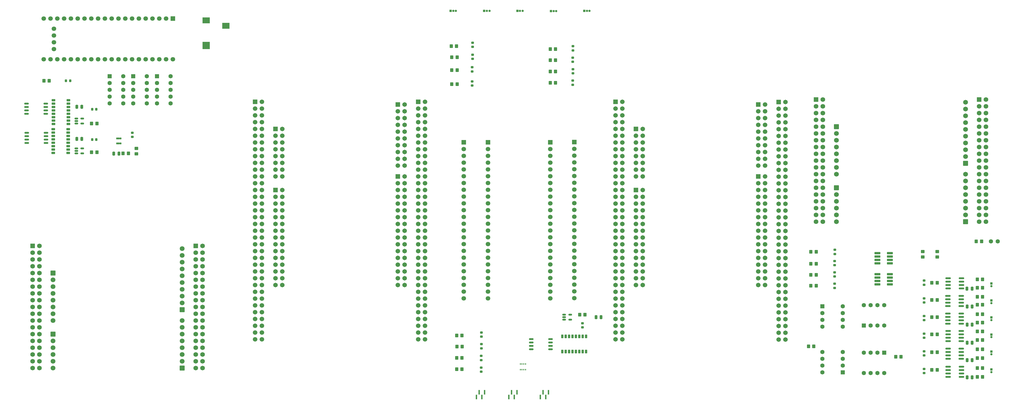
<source format=gbr>
%TF.GenerationSoftware,KiCad,Pcbnew,9.0.2+dfsg-1*%
%TF.CreationDate,2025-06-27T20:46:40-07:00*%
%TF.ProjectId,signalmesh,7369676e-616c-46d6-9573-682e6b696361,rev?*%
%TF.SameCoordinates,Original*%
%TF.FileFunction,Soldermask,Top*%
%TF.FilePolarity,Negative*%
%FSLAX46Y46*%
G04 Gerber Fmt 4.6, Leading zero omitted, Abs format (unit mm)*
G04 Created by KiCad (PCBNEW 9.0.2+dfsg-1) date 2025-06-27 20:46:40*
%MOMM*%
%LPD*%
G01*
G04 APERTURE LIST*
G04 Aperture macros list*
%AMRoundRect*
0 Rectangle with rounded corners*
0 $1 Rounding radius*
0 $2 $3 $4 $5 $6 $7 $8 $9 X,Y pos of 4 corners*
0 Add a 4 corners polygon primitive as box body*
4,1,4,$2,$3,$4,$5,$6,$7,$8,$9,$2,$3,0*
0 Add four circle primitives for the rounded corners*
1,1,$1+$1,$2,$3*
1,1,$1+$1,$4,$5*
1,1,$1+$1,$6,$7*
1,1,$1+$1,$8,$9*
0 Add four rect primitives between the rounded corners*
20,1,$1+$1,$2,$3,$4,$5,0*
20,1,$1+$1,$4,$5,$6,$7,0*
20,1,$1+$1,$6,$7,$8,$9,0*
20,1,$1+$1,$8,$9,$2,$3,0*%
G04 Aperture macros list end*
%ADD10RoundRect,0.218750X0.256250X-0.218750X0.256250X0.218750X-0.256250X0.218750X-0.256250X-0.218750X0*%
%ADD11R,0.850000X0.850000*%
%ADD12C,0.850000*%
%ADD13R,1.600000X1.600000*%
%ADD14C,1.600000*%
%ADD15RoundRect,0.250000X-0.350000X-0.450000X0.350000X-0.450000X0.350000X0.450000X-0.350000X0.450000X0*%
%ADD16RoundRect,0.250000X0.250000X0.475000X-0.250000X0.475000X-0.250000X-0.475000X0.250000X-0.475000X0*%
%ADD17RoundRect,0.250000X0.450000X-0.350000X0.450000X0.350000X-0.450000X0.350000X-0.450000X-0.350000X0*%
%ADD18RoundRect,0.250000X0.550000X0.550000X-0.550000X0.550000X-0.550000X-0.550000X0.550000X-0.550000X0*%
%ADD19RoundRect,0.218750X-0.256250X0.218750X-0.256250X-0.218750X0.256250X-0.218750X0.256250X0.218750X0*%
%ADD20RoundRect,0.250000X0.350000X0.450000X-0.350000X0.450000X-0.350000X-0.450000X0.350000X-0.450000X0*%
%ADD21RoundRect,0.218750X-0.218750X-0.256250X0.218750X-0.256250X0.218750X0.256250X-0.218750X0.256250X0*%
%ADD22R,0.600000X1.750000*%
%ADD23RoundRect,0.102000X-0.754000X-0.754000X0.754000X-0.754000X0.754000X0.754000X-0.754000X0.754000X0*%
%ADD24C,1.712000*%
%ADD25R,0.350000X0.500000*%
%ADD26R,1.700000X1.700000*%
%ADD27C,1.700000*%
%ADD28RoundRect,0.250000X-0.250000X-0.475000X0.250000X-0.475000X0.250000X0.475000X-0.250000X0.475000X0*%
%ADD29RoundRect,0.150000X-0.825000X-0.150000X0.825000X-0.150000X0.825000X0.150000X-0.825000X0.150000X0*%
%ADD30RoundRect,0.150000X-0.512500X-0.150000X0.512500X-0.150000X0.512500X0.150000X-0.512500X0.150000X0*%
%ADD31RoundRect,0.218750X0.218750X0.256250X-0.218750X0.256250X-0.218750X-0.256250X0.218750X-0.256250X0*%
%ADD32RoundRect,0.162500X-0.650000X-0.162500X0.650000X-0.162500X0.650000X0.162500X-0.650000X0.162500X0*%
%ADD33RoundRect,0.250000X-0.550000X-0.550000X0.550000X-0.550000X0.550000X0.550000X-0.550000X0.550000X0*%
%ADD34RoundRect,0.102000X-0.802500X-0.802500X0.802500X-0.802500X0.802500X0.802500X-0.802500X0.802500X0*%
%ADD35C,1.809000*%
%ADD36RoundRect,0.102000X-0.765000X-0.765000X0.765000X-0.765000X0.765000X0.765000X-0.765000X0.765000X0*%
%ADD37C,1.734000*%
%ADD38RoundRect,0.102000X-0.300000X-0.600000X0.300000X-0.600000X0.300000X0.600000X-0.300000X0.600000X0*%
%ADD39RoundRect,0.250000X-0.550000X0.550000X-0.550000X-0.550000X0.550000X-0.550000X0.550000X0.550000X0*%
%ADD40RoundRect,0.102000X-0.990600X-0.279400X0.990600X-0.279400X0.990600X0.279400X-0.990600X0.279400X0*%
%ADD41RoundRect,0.102000X-0.600000X0.300000X-0.600000X-0.300000X0.600000X-0.300000X0.600000X0.300000X0*%
%ADD42R,2.800000X2.200000*%
%ADD43R,2.800000X2.800000*%
%ADD44RoundRect,0.250000X0.550000X-0.550000X0.550000X0.550000X-0.550000X0.550000X-0.550000X-0.550000X0*%
%ADD45RoundRect,0.102000X-0.200000X-0.250000X0.200000X-0.250000X0.200000X0.250000X-0.200000X0.250000X0*%
G04 APERTURE END LIST*
D10*
%TO.C,D12*%
X366310000Y-180134200D03*
X366310000Y-178559200D03*
%TD*%
D11*
%TO.C,J15*%
X556825000Y-188000000D03*
D12*
X556825000Y-189000000D03*
%TD*%
D13*
%TO.C,U18*%
X227350000Y-78250000D03*
D14*
X227350000Y-80790000D03*
X227350000Y-83330000D03*
X227350000Y-85870000D03*
X227350000Y-88410000D03*
X232430000Y-88410000D03*
X232430000Y-85870000D03*
X232430000Y-83330000D03*
X232430000Y-80790000D03*
X232430000Y-78250000D03*
%TD*%
D10*
%TO.C,D18*%
X363000000Y-71787500D03*
X363000000Y-70212500D03*
%TD*%
D15*
%TO.C,R3*%
X551580000Y-190800000D03*
X553580000Y-190800000D03*
%TD*%
%TO.C,R42*%
X232367500Y-107117500D03*
X234367500Y-107117500D03*
%TD*%
D16*
%TO.C,C8*%
X216962500Y-101717500D03*
X215062500Y-101717500D03*
%TD*%
D10*
%TO.C,D5*%
X531756000Y-156342500D03*
X531756000Y-154767500D03*
%TD*%
D17*
%TO.C,R12*%
X536660000Y-145900000D03*
X536660000Y-143900000D03*
%TD*%
D18*
%TO.C,U27*%
X501300000Y-189120000D03*
D14*
X501300000Y-186580000D03*
X501300000Y-184040000D03*
X501300000Y-181500000D03*
X493680000Y-181500000D03*
X493680000Y-184040000D03*
X493680000Y-186580000D03*
X493680000Y-189120000D03*
%TD*%
D16*
%TO.C,C3*%
X549682700Y-178004900D03*
X547782700Y-178004900D03*
%TD*%
D19*
%TO.C,D2*%
X498300000Y-147412500D03*
X498300000Y-148987500D03*
%TD*%
D10*
%TO.C,D24*%
X400400000Y-72887500D03*
X400400000Y-71312500D03*
%TD*%
D20*
%TO.C,R17*%
X491400000Y-148500000D03*
X489400000Y-148500000D03*
%TD*%
%TO.C,R6*%
X394000000Y-80700000D03*
X392000000Y-80700000D03*
%TD*%
%TO.C,R16*%
X491400000Y-144000000D03*
X489400000Y-144000000D03*
%TD*%
D21*
%TO.C,D25*%
X220780000Y-101972500D03*
X222355000Y-101972500D03*
%TD*%
D13*
%TO.C,U19*%
X236170000Y-78250000D03*
D14*
X236170000Y-80790000D03*
X236170000Y-83330000D03*
X236170000Y-85870000D03*
X236170000Y-88410000D03*
X241250000Y-88410000D03*
X241250000Y-85870000D03*
X241250000Y-83330000D03*
X241250000Y-80790000D03*
X241250000Y-78250000D03*
%TD*%
D10*
%TO.C,D23*%
X400500000Y-77187500D03*
X400500000Y-75612500D03*
%TD*%
D11*
%TO.C,J4*%
X404700000Y-53800000D03*
D12*
X405700000Y-53800000D03*
X406700000Y-53800000D03*
%TD*%
D10*
%TO.C,D22*%
X400400000Y-81487500D03*
X400400000Y-79912500D03*
%TD*%
D15*
%TO.C,R39*%
X355200000Y-81200000D03*
X357200000Y-81200000D03*
%TD*%
D22*
%TO.C,J3*%
X367450000Y-196550000D03*
X366450000Y-198300000D03*
X365450000Y-196550000D03*
X364450000Y-198300000D03*
%TD*%
D15*
%TO.C,R36*%
X357010000Y-183680000D03*
X359010000Y-183680000D03*
%TD*%
%TO.C,R44*%
X488500000Y-179400000D03*
X490500000Y-179400000D03*
%TD*%
%TO.C,R20*%
X551580000Y-160855000D03*
X553580000Y-160855000D03*
%TD*%
D23*
%TO.C,U1*%
X335000000Y-88826000D03*
D24*
X337540000Y-88826000D03*
X335000000Y-91366000D03*
X337540000Y-91366000D03*
X335000000Y-93906000D03*
X337540000Y-93906000D03*
X335000000Y-96446000D03*
X337540000Y-96446000D03*
X335000000Y-98986000D03*
X337540000Y-98986000D03*
X335000000Y-101526000D03*
X337540000Y-101526000D03*
X335000000Y-104066000D03*
X337540000Y-104066000D03*
X335000000Y-106606000D03*
X337540000Y-106606000D03*
X335000000Y-109146000D03*
X337540000Y-109146000D03*
X335000000Y-111686000D03*
X337540000Y-111686000D03*
D23*
X289280000Y-97970000D03*
D24*
X291820000Y-97970000D03*
X289280000Y-100510000D03*
X291820000Y-100510000D03*
X289280000Y-103050000D03*
X291820000Y-103050000D03*
X289280000Y-105590000D03*
X291820000Y-105590000D03*
X289280000Y-108130000D03*
X291820000Y-108130000D03*
X289280000Y-110670000D03*
X291820000Y-110670000D03*
X289280000Y-113210000D03*
X291820000Y-113210000D03*
X289280000Y-115750000D03*
X291820000Y-115750000D03*
D23*
X289280000Y-120830000D03*
D24*
X291820000Y-120830000D03*
X289280000Y-123370000D03*
X291820000Y-123370000D03*
X289280000Y-125910000D03*
X291820000Y-125910000D03*
X289280000Y-128450000D03*
X291820000Y-128450000D03*
X289280000Y-130990000D03*
X291820000Y-130990000D03*
X289280000Y-133530000D03*
X291820000Y-133530000D03*
X289280000Y-136070000D03*
X291820000Y-136070000D03*
X289280000Y-138610000D03*
X291820000Y-138610000D03*
X289280000Y-141150000D03*
X291820000Y-141150000D03*
X289280000Y-143690000D03*
X291820000Y-143690000D03*
X289280000Y-146230000D03*
X291820000Y-146230000D03*
X289280000Y-148770000D03*
X291820000Y-148770000D03*
X289280000Y-151310000D03*
X291820000Y-151310000D03*
X289280000Y-153850000D03*
X291820000Y-153850000D03*
X289280000Y-156390000D03*
X291820000Y-156390000D03*
D23*
X335000000Y-115750000D03*
D24*
X337540000Y-115750000D03*
X335000000Y-118290000D03*
X337540000Y-118290000D03*
X335000000Y-120830000D03*
X337540000Y-120830000D03*
X335000000Y-123370000D03*
X337540000Y-123370000D03*
X335000000Y-125910000D03*
X337540000Y-125910000D03*
X335000000Y-128450000D03*
X337540000Y-128450000D03*
X335000000Y-130990000D03*
X337540000Y-130990000D03*
X335000000Y-133530000D03*
X337540000Y-133530000D03*
X335000000Y-136070000D03*
X337540000Y-136070000D03*
X335000000Y-138610000D03*
X337540000Y-138610000D03*
X335000000Y-141150000D03*
X337540000Y-141150000D03*
X335000000Y-143690000D03*
X337540000Y-143690000D03*
X335000000Y-146230000D03*
X337540000Y-146230000D03*
X335000000Y-148770000D03*
X337540000Y-148770000D03*
X335000000Y-151310000D03*
X337540000Y-151310000D03*
X335000000Y-153850000D03*
X337540000Y-153850000D03*
X335000000Y-156390000D03*
X337540000Y-156390000D03*
D23*
X281660000Y-87810000D03*
D24*
X284200000Y-87810000D03*
X281660000Y-90350000D03*
X284200000Y-90350000D03*
X281660000Y-92890000D03*
X284200000Y-92890000D03*
X281660000Y-95430000D03*
X284200000Y-95430000D03*
X281660000Y-97970000D03*
X284200000Y-97970000D03*
X281660000Y-100510000D03*
X284200000Y-100510000D03*
X281660000Y-103050000D03*
X284200000Y-103050000D03*
X281660000Y-105590000D03*
X284200000Y-105590000D03*
X281660000Y-108130000D03*
X284200000Y-108130000D03*
X281660000Y-110670000D03*
X284200000Y-110670000D03*
X281660000Y-113210000D03*
X284200000Y-113210000D03*
X281660000Y-115750000D03*
X284200000Y-115750000D03*
X281660000Y-118290000D03*
X284200000Y-118290000D03*
X281660000Y-120830000D03*
X284200000Y-120830000D03*
X281660000Y-123370000D03*
X284200000Y-123370000D03*
X281660000Y-125910000D03*
X284200000Y-125910000D03*
X281660000Y-128450000D03*
X284200000Y-128450000D03*
X281660000Y-130990000D03*
X284200000Y-130990000D03*
X281660000Y-133530000D03*
X284200000Y-133530000D03*
X281660000Y-136070000D03*
X284200000Y-136070000D03*
X281660000Y-138610000D03*
X284200000Y-138610000D03*
X281660000Y-141150000D03*
X284200000Y-141150000D03*
X281660000Y-143690000D03*
X284200000Y-143690000D03*
X281660000Y-146230000D03*
X284200000Y-146230000D03*
X281660000Y-148770000D03*
X284200000Y-148770000D03*
X281660000Y-151310000D03*
X284200000Y-151310000D03*
X281660000Y-153850000D03*
X284200000Y-153850000D03*
X281660000Y-156390000D03*
X284200000Y-156390000D03*
X281660000Y-158930000D03*
X284200000Y-158930000D03*
X281660000Y-161470000D03*
X284200000Y-161470000D03*
X281660000Y-164010000D03*
X284200000Y-164010000D03*
X281660000Y-166550000D03*
X284200000Y-166550000D03*
X281660000Y-169090000D03*
X284200000Y-169090000D03*
X281660000Y-171630000D03*
X284200000Y-171630000D03*
X281660000Y-174170000D03*
X284200000Y-174170000D03*
X281660000Y-176710000D03*
X284200000Y-176710000D03*
D23*
X342620000Y-87830000D03*
D24*
X345160000Y-87830000D03*
X342620000Y-90370000D03*
X345160000Y-90370000D03*
X342620000Y-92910000D03*
X345160000Y-92910000D03*
X342620000Y-95450000D03*
X345160000Y-95450000D03*
X342620000Y-97990000D03*
X345160000Y-97990000D03*
X342620000Y-100530000D03*
X345160000Y-100530000D03*
X342620000Y-103070000D03*
X345160000Y-103070000D03*
X342620000Y-105610000D03*
X345160000Y-105610000D03*
X342620000Y-108150000D03*
X345160000Y-108150000D03*
X342620000Y-110690000D03*
X345160000Y-110690000D03*
X342620000Y-113230000D03*
X345160000Y-113230000D03*
X342620000Y-115770000D03*
X345160000Y-115770000D03*
X342620000Y-118310000D03*
X345160000Y-118310000D03*
X342620000Y-120850000D03*
X345160000Y-120850000D03*
X342620000Y-123390000D03*
X345160000Y-123390000D03*
X342620000Y-125930000D03*
X345160000Y-125930000D03*
X342620000Y-128470000D03*
X345160000Y-128470000D03*
X342620000Y-131010000D03*
X345160000Y-131010000D03*
X342620000Y-133550000D03*
X345160000Y-133550000D03*
X342620000Y-136090000D03*
X345160000Y-136090000D03*
X342620000Y-138630000D03*
X345160000Y-138630000D03*
X342620000Y-141170000D03*
X345160000Y-141170000D03*
X342620000Y-143710000D03*
X345160000Y-143710000D03*
X342620000Y-146250000D03*
X345160000Y-146250000D03*
X342620000Y-148790000D03*
X345160000Y-148790000D03*
X342620000Y-151330000D03*
X345160000Y-151330000D03*
X342620000Y-153870000D03*
X345160000Y-153870000D03*
X342620000Y-156410000D03*
X345160000Y-156410000D03*
X342620000Y-158950000D03*
X345160000Y-158950000D03*
X342620000Y-161490000D03*
X345160000Y-161490000D03*
X342620000Y-164030000D03*
X345160000Y-164030000D03*
X342620000Y-166570000D03*
X345160000Y-166570000D03*
X342620000Y-169110000D03*
X345160000Y-169110000D03*
X342620000Y-171650000D03*
X345160000Y-171650000D03*
X342620000Y-174190000D03*
X345160000Y-174190000D03*
X342620000Y-176730000D03*
X345160000Y-176730000D03*
%TD*%
D15*
%TO.C,R22*%
X551580000Y-167355000D03*
X553580000Y-167355000D03*
%TD*%
%TO.C,R2*%
X534600000Y-188200000D03*
X536600000Y-188200000D03*
%TD*%
D25*
%TO.C,U6*%
X380800000Y-186000000D03*
X381450000Y-186000000D03*
X382100000Y-186000000D03*
X382750000Y-186000000D03*
X382750000Y-188050000D03*
X382100000Y-188050000D03*
X381450000Y-188050000D03*
X380800000Y-188050000D03*
%TD*%
D10*
%TO.C,D21*%
X400500000Y-68587500D03*
X400500000Y-67012500D03*
%TD*%
D16*
%TO.C,C1*%
X549682700Y-190995000D03*
X547782700Y-190995000D03*
%TD*%
%TO.C,C5*%
X549682700Y-164504900D03*
X547782700Y-164504900D03*
%TD*%
D26*
%TO.C,J9*%
X401010000Y-102940000D03*
D27*
X401010000Y-105480000D03*
X401010000Y-108020000D03*
X401010000Y-110560000D03*
X401010000Y-113100000D03*
X401010000Y-115640000D03*
X401010000Y-118180000D03*
X401010000Y-120720000D03*
X401010000Y-123260000D03*
X401010000Y-125800000D03*
X401010000Y-128340000D03*
X401010000Y-130880000D03*
X401010000Y-133420000D03*
X401010000Y-135960000D03*
X401010000Y-138500000D03*
X401010000Y-141040000D03*
X401010000Y-143580000D03*
X401010000Y-146120000D03*
X401010000Y-148660000D03*
X401010000Y-151200000D03*
X401010000Y-153740000D03*
X401010000Y-156280000D03*
X401010000Y-158820000D03*
X401010000Y-161360000D03*
%TD*%
D20*
%TO.C,R10*%
X222562500Y-95972500D03*
X220562500Y-95972500D03*
%TD*%
D28*
%TO.C,C6*%
X409115000Y-168480000D03*
X411015000Y-168480000D03*
%TD*%
D16*
%TO.C,C2*%
X549682700Y-184507800D03*
X547782700Y-184507800D03*
%TD*%
D10*
%TO.C,D27*%
X235767500Y-101005000D03*
X235767500Y-99430000D03*
%TD*%
D29*
%TO.C,U10*%
X540647500Y-160478700D03*
X540647500Y-161748700D03*
X540647500Y-163018700D03*
X540647500Y-164288700D03*
X545597500Y-164288700D03*
X545597500Y-163018700D03*
X545597500Y-161748700D03*
X545597500Y-160478700D03*
%TD*%
D10*
%TO.C,D9*%
X531756000Y-169560500D03*
X531756000Y-167985500D03*
%TD*%
D14*
%TO.C,TH1*%
X556660000Y-140100000D03*
X559200000Y-140100000D03*
%TD*%
D29*
%TO.C,U13*%
X540665000Y-180215000D03*
X540665000Y-181485000D03*
X540665000Y-182755000D03*
X540665000Y-184025000D03*
X545615000Y-184025000D03*
X545615000Y-182755000D03*
X545615000Y-181485000D03*
X545615000Y-180215000D03*
%TD*%
D13*
%TO.C,U2*%
X245000000Y-78250000D03*
D14*
X245000000Y-80790000D03*
X245000000Y-83330000D03*
X245000000Y-85870000D03*
X245000000Y-88410000D03*
X250080000Y-88410000D03*
X250080000Y-85870000D03*
X250080000Y-83330000D03*
X250080000Y-80790000D03*
X250080000Y-78250000D03*
%TD*%
D15*
%TO.C,R41*%
X355200000Y-71200000D03*
X357200000Y-71200000D03*
%TD*%
%TO.C,R38*%
X355000000Y-67000000D03*
X357000000Y-67000000D03*
%TD*%
D19*
%TO.C,D4*%
X498300000Y-155912500D03*
X498300000Y-157487500D03*
%TD*%
D30*
%TO.C,U22*%
X214862500Y-105272500D03*
X214862500Y-106222500D03*
X214862500Y-107172500D03*
X217137500Y-107172500D03*
X217137500Y-105272500D03*
%TD*%
D15*
%TO.C,R30*%
X534600000Y-181605000D03*
X536600000Y-181605000D03*
%TD*%
%TO.C,R14*%
X551580000Y-157469000D03*
X553580000Y-157469000D03*
%TD*%
D30*
%TO.C,U15*%
X397210000Y-167480000D03*
X397210000Y-168430000D03*
X397210000Y-169380000D03*
X399485000Y-169380000D03*
X399485000Y-167480000D03*
%TD*%
D26*
%TO.C,J1*%
X368700000Y-102980000D03*
D27*
X368700000Y-105520000D03*
X368700000Y-108060000D03*
X368700000Y-110600000D03*
X368700000Y-113140000D03*
X368700000Y-115680000D03*
X368700000Y-118220000D03*
X368700000Y-120760000D03*
X368700000Y-123300000D03*
X368700000Y-125840000D03*
X368700000Y-128380000D03*
X368700000Y-130920000D03*
X368700000Y-133460000D03*
X368700000Y-136000000D03*
X368700000Y-138540000D03*
X368700000Y-141080000D03*
X368700000Y-143620000D03*
X368700000Y-146160000D03*
X368700000Y-148700000D03*
X368700000Y-151240000D03*
X368700000Y-153780000D03*
X368700000Y-156320000D03*
X368700000Y-158860000D03*
X368700000Y-161400000D03*
%TD*%
D28*
%TO.C,C9*%
X215062500Y-89717500D03*
X216962500Y-89717500D03*
%TD*%
D29*
%TO.C,U11*%
X540630000Y-167057500D03*
X540630000Y-168327500D03*
X540630000Y-169597500D03*
X540630000Y-170867500D03*
X545580000Y-170867500D03*
X545580000Y-169597500D03*
X545580000Y-168327500D03*
X545580000Y-167057500D03*
%TD*%
D20*
%TO.C,R18*%
X491400000Y-152640000D03*
X489400000Y-152640000D03*
%TD*%
D15*
%TO.C,R40*%
X355200000Y-76000000D03*
X357200000Y-76000000D03*
%TD*%
D20*
%TO.C,R7*%
X394000000Y-76500000D03*
X392000000Y-76500000D03*
%TD*%
D10*
%TO.C,D16*%
X362800000Y-81787500D03*
X362800000Y-80212500D03*
%TD*%
D26*
%TO.C,J8*%
X359700000Y-102980000D03*
D27*
X359700000Y-105520000D03*
X359700000Y-108060000D03*
X359700000Y-110600000D03*
X359700000Y-113140000D03*
X359700000Y-115680000D03*
X359700000Y-118220000D03*
X359700000Y-120760000D03*
X359700000Y-123300000D03*
X359700000Y-125840000D03*
X359700000Y-128380000D03*
X359700000Y-130920000D03*
X359700000Y-133460000D03*
X359700000Y-136000000D03*
X359700000Y-138540000D03*
X359700000Y-141080000D03*
X359700000Y-143620000D03*
X359700000Y-146160000D03*
X359700000Y-148700000D03*
X359700000Y-151240000D03*
X359700000Y-153780000D03*
X359700000Y-156320000D03*
X359700000Y-158860000D03*
X359700000Y-161400000D03*
%TD*%
D10*
%TO.C,D6*%
X531756000Y-162951500D03*
X531756000Y-161376500D03*
%TD*%
D15*
%TO.C,R35*%
X357110000Y-179480000D03*
X359110000Y-179480000D03*
%TD*%
%TO.C,R21*%
X551580000Y-163805000D03*
X553580000Y-163805000D03*
%TD*%
D22*
%TO.C,J18*%
X391300000Y-196550000D03*
X390300000Y-198300000D03*
X389300000Y-196550000D03*
X388300000Y-198300000D03*
%TD*%
D20*
%TO.C,R15*%
X491400000Y-156640000D03*
X489400000Y-156640000D03*
%TD*%
D31*
%TO.C,D19*%
X212587500Y-80000000D03*
X211012500Y-80000000D03*
%TD*%
D32*
%TO.C,U14*%
X384922500Y-176675000D03*
X384922500Y-177945000D03*
X384922500Y-179215000D03*
X384922500Y-180485000D03*
X392097500Y-180485000D03*
X392097500Y-179215000D03*
X392097500Y-177945000D03*
X392097500Y-176675000D03*
%TD*%
D10*
%TO.C,D10*%
X404010000Y-172267500D03*
X404010000Y-170692500D03*
%TD*%
D20*
%TO.C,R8*%
X394000000Y-72300000D03*
X392000000Y-72300000D03*
%TD*%
D19*
%TO.C,D3*%
X498300000Y-151657600D03*
X498300000Y-153232600D03*
%TD*%
D15*
%TO.C,R32*%
X534600000Y-168430000D03*
X536600000Y-168430000D03*
%TD*%
D33*
%TO.C,U29*%
X493690000Y-164420000D03*
D14*
X493690000Y-166960000D03*
X493690000Y-169500000D03*
X493690000Y-172040000D03*
X501310000Y-172040000D03*
X501310000Y-169500000D03*
X501310000Y-166960000D03*
X501310000Y-164420000D03*
%TD*%
D15*
%TO.C,R37*%
X357010000Y-187880000D03*
X359010000Y-187880000D03*
%TD*%
D26*
%TO.C,J2*%
X392010000Y-102980000D03*
D27*
X392010000Y-105520000D03*
X392010000Y-108060000D03*
X392010000Y-110600000D03*
X392010000Y-113140000D03*
X392010000Y-115680000D03*
X392010000Y-118220000D03*
X392010000Y-120760000D03*
X392010000Y-123300000D03*
X392010000Y-125840000D03*
X392010000Y-128380000D03*
X392010000Y-130920000D03*
X392010000Y-133460000D03*
X392010000Y-136000000D03*
X392010000Y-138540000D03*
X392010000Y-141080000D03*
X392010000Y-143620000D03*
X392010000Y-146160000D03*
X392010000Y-148700000D03*
X392010000Y-151240000D03*
X392010000Y-153780000D03*
X392010000Y-156320000D03*
X392010000Y-158860000D03*
X392010000Y-161400000D03*
%TD*%
D34*
%TO.C,U9*%
X547240000Y-110880000D03*
D35*
X547240000Y-108340000D03*
X547240000Y-105800000D03*
X547240000Y-103260000D03*
X547240000Y-100720000D03*
X547240000Y-98180000D03*
X547240000Y-95640000D03*
X547240000Y-93100000D03*
X547240000Y-90560000D03*
X547240000Y-88020000D03*
D34*
X498980000Y-97160000D03*
D35*
X498980000Y-99700000D03*
X498980000Y-102240000D03*
X498980000Y-104780000D03*
X498980000Y-107320000D03*
X498980000Y-109860000D03*
X498980000Y-112400000D03*
X498980000Y-114940000D03*
D36*
X491360000Y-87000000D03*
D37*
X493900000Y-87000000D03*
X491360000Y-89540000D03*
X493900000Y-89540000D03*
X491360000Y-92080000D03*
X493900000Y-92080000D03*
X491360000Y-94620000D03*
X493900000Y-94620000D03*
X491360000Y-97160000D03*
X493900000Y-97160000D03*
X491360000Y-99700000D03*
X493900000Y-99700000D03*
X491360000Y-102240000D03*
X493900000Y-102240000D03*
X491360000Y-104780000D03*
X493900000Y-104780000D03*
X491360000Y-107320000D03*
X493900000Y-107320000D03*
X491360000Y-109860000D03*
X493900000Y-109860000D03*
X491360000Y-112400000D03*
X493900000Y-112400000D03*
X491360000Y-114940000D03*
X493900000Y-114940000D03*
X491360000Y-117480000D03*
X493900000Y-117480000D03*
X491360000Y-120020000D03*
X493900000Y-120020000D03*
X491360000Y-122560000D03*
X493900000Y-122560000D03*
X491360000Y-125100000D03*
X493900000Y-125100000D03*
X491360000Y-127640000D03*
X493900000Y-127640000D03*
X491360000Y-130180000D03*
X493900000Y-130180000D03*
X491360000Y-132720000D03*
X493900000Y-132720000D03*
D34*
X498980000Y-120020000D03*
D35*
X498980000Y-122560000D03*
X498980000Y-125100000D03*
X498980000Y-127640000D03*
X498980000Y-130180000D03*
X498980000Y-132720000D03*
D34*
X547240000Y-132720000D03*
D35*
X547240000Y-130180000D03*
X547240000Y-127640000D03*
X547240000Y-125100000D03*
X547240000Y-122560000D03*
X547240000Y-120020000D03*
X547240000Y-117480000D03*
X547240000Y-114940000D03*
D36*
X552320000Y-87000000D03*
D37*
X554860000Y-87000000D03*
X552320000Y-89540000D03*
X554860000Y-89540000D03*
X552320000Y-92080000D03*
X554860000Y-92080000D03*
X552320000Y-94620000D03*
X554860000Y-94620000D03*
X552320000Y-97160000D03*
X554860000Y-97160000D03*
X552320000Y-99700000D03*
X554860000Y-99700000D03*
X552320000Y-102240000D03*
X554860000Y-102240000D03*
X552320000Y-104780000D03*
X554860000Y-104780000D03*
X552320000Y-107320000D03*
X554860000Y-107320000D03*
X552320000Y-109860000D03*
X554860000Y-109860000D03*
X552320000Y-112400000D03*
X554860000Y-112400000D03*
X552320000Y-114940000D03*
X554860000Y-114940000D03*
X552320000Y-117480000D03*
X554860000Y-117480000D03*
X552320000Y-120020000D03*
X554860000Y-120020000D03*
X552320000Y-122560000D03*
X554860000Y-122560000D03*
X552320000Y-125100000D03*
X554860000Y-125100000D03*
X552320000Y-127640000D03*
X554860000Y-127640000D03*
X552320000Y-130180000D03*
X554860000Y-130180000D03*
X552320000Y-132720000D03*
X554860000Y-132720000D03*
%TD*%
D15*
%TO.C,R31*%
X534600000Y-174867500D03*
X536600000Y-174867500D03*
%TD*%
D11*
%TO.C,J14*%
X367300000Y-53800000D03*
D12*
X368300000Y-53800000D03*
X369300000Y-53800000D03*
%TD*%
D16*
%TO.C,C7*%
X549650000Y-157800000D03*
X547750000Y-157800000D03*
%TD*%
D20*
%TO.C,R5*%
X394000000Y-68100000D03*
X392000000Y-68100000D03*
%TD*%
D10*
%TO.C,D7*%
X531756000Y-182778500D03*
X531756000Y-181203500D03*
%TD*%
%TO.C,D14*%
X366210000Y-188867500D03*
X366210000Y-187292500D03*
%TD*%
D11*
%TO.C,J11*%
X556825000Y-181305000D03*
D12*
X556825000Y-182305000D03*
%TD*%
D11*
%TO.C,J16*%
X392250000Y-53875000D03*
D12*
X393250000Y-53875000D03*
X394250000Y-53875000D03*
%TD*%
D11*
%TO.C,J6*%
X556825000Y-162180000D03*
D12*
X556825000Y-163180000D03*
%TD*%
D15*
%TO.C,R9*%
X220562500Y-106717500D03*
X222562500Y-106717500D03*
%TD*%
D10*
%TO.C,D13*%
X366210000Y-184500800D03*
X366210000Y-182925800D03*
%TD*%
%TO.C,D15*%
X363000000Y-67287500D03*
X363000000Y-65712500D03*
%TD*%
D20*
%TO.C,R1*%
X204750000Y-80000000D03*
X202750000Y-80000000D03*
%TD*%
D11*
%TO.C,J10*%
X556825000Y-174930000D03*
D12*
X556825000Y-175930000D03*
%TD*%
D15*
%TO.C,R29*%
X534600000Y-161992500D03*
X536600000Y-161992500D03*
%TD*%
%TO.C,R24*%
X551580000Y-170455000D03*
X553580000Y-170455000D03*
%TD*%
D26*
%TO.C,U4*%
X251000000Y-56660000D03*
D27*
X248460000Y-56660000D03*
X245920000Y-56660000D03*
X243380000Y-56660000D03*
X240840000Y-56660000D03*
X238300000Y-56660000D03*
X235760000Y-56660000D03*
X233220000Y-56660000D03*
X230680000Y-56660000D03*
X228140000Y-56660000D03*
X225600000Y-56660000D03*
X223060000Y-56660000D03*
X220520000Y-56660000D03*
X217980000Y-56660000D03*
X215440000Y-56660000D03*
X212900000Y-56660000D03*
X210360000Y-56660000D03*
X207820000Y-56660000D03*
X205280000Y-56660000D03*
X202740000Y-56660000D03*
X202740000Y-71900000D03*
X205280000Y-71900000D03*
X207820000Y-71900000D03*
X210360000Y-71900000D03*
X212900000Y-71900000D03*
X215440000Y-71900000D03*
X217980000Y-71900000D03*
X220520000Y-71900000D03*
X223060000Y-71900000D03*
X225600000Y-71900000D03*
X228140000Y-71900000D03*
X230680000Y-71900000D03*
X233220000Y-71900000D03*
X235760000Y-71900000D03*
X238300000Y-71900000D03*
X240840000Y-71900000D03*
X243380000Y-71900000D03*
X245920000Y-71900000D03*
X248460000Y-71900000D03*
X251000000Y-71900000D03*
X206551000Y-68092000D03*
X206551000Y-65552000D03*
X206551000Y-63012000D03*
X206551000Y-60472000D03*
%TD*%
D11*
%TO.C,J12*%
X379700000Y-53800000D03*
D12*
X380700000Y-53800000D03*
X381700000Y-53800000D03*
%TD*%
D34*
%TO.C,U3*%
X254460000Y-165690000D03*
D35*
X254460000Y-163150000D03*
X254460000Y-160610000D03*
X254460000Y-158070000D03*
X254460000Y-155530000D03*
X254460000Y-152990000D03*
X254460000Y-150450000D03*
X254460000Y-147910000D03*
X254460000Y-145370000D03*
X254460000Y-142830000D03*
D34*
X206200000Y-151970000D03*
D35*
X206200000Y-154510000D03*
X206200000Y-157050000D03*
X206200000Y-159590000D03*
X206200000Y-162130000D03*
X206200000Y-164670000D03*
X206200000Y-167210000D03*
X206200000Y-169750000D03*
D36*
X198580000Y-141810000D03*
D37*
X201120000Y-141810000D03*
X198580000Y-144350000D03*
X201120000Y-144350000D03*
X198580000Y-146890000D03*
X201120000Y-146890000D03*
X198580000Y-149430000D03*
X201120000Y-149430000D03*
X198580000Y-151970000D03*
X201120000Y-151970000D03*
X198580000Y-154510000D03*
X201120000Y-154510000D03*
X198580000Y-157050000D03*
X201120000Y-157050000D03*
X198580000Y-159590000D03*
X201120000Y-159590000D03*
X198580000Y-162130000D03*
X201120000Y-162130000D03*
X198580000Y-164670000D03*
X201120000Y-164670000D03*
X198580000Y-167210000D03*
X201120000Y-167210000D03*
X198580000Y-169750000D03*
X201120000Y-169750000D03*
X198580000Y-172290000D03*
X201120000Y-172290000D03*
X198580000Y-174830000D03*
X201120000Y-174830000D03*
X198580000Y-177370000D03*
X201120000Y-177370000D03*
X198580000Y-179910000D03*
X201120000Y-179910000D03*
X198580000Y-182450000D03*
X201120000Y-182450000D03*
X198580000Y-184990000D03*
X201120000Y-184990000D03*
X198580000Y-187530000D03*
X201120000Y-187530000D03*
D34*
X206200000Y-174830000D03*
D35*
X206200000Y-177370000D03*
X206200000Y-179910000D03*
X206200000Y-182450000D03*
X206200000Y-184990000D03*
X206200000Y-187530000D03*
D34*
X254460000Y-187530000D03*
D35*
X254460000Y-184990000D03*
X254460000Y-182450000D03*
X254460000Y-179910000D03*
X254460000Y-177370000D03*
X254460000Y-174830000D03*
X254460000Y-172290000D03*
X254460000Y-169750000D03*
D36*
X259540000Y-141810000D03*
D37*
X262080000Y-141810000D03*
X259540000Y-144350000D03*
X262080000Y-144350000D03*
X259540000Y-146890000D03*
X262080000Y-146890000D03*
X259540000Y-149430000D03*
X262080000Y-149430000D03*
X259540000Y-151970000D03*
X262080000Y-151970000D03*
X259540000Y-154510000D03*
X262080000Y-154510000D03*
X259540000Y-157050000D03*
X262080000Y-157050000D03*
X259540000Y-159590000D03*
X262080000Y-159590000D03*
X259540000Y-162130000D03*
X262080000Y-162130000D03*
X259540000Y-164670000D03*
X262080000Y-164670000D03*
X259540000Y-167210000D03*
X262080000Y-167210000D03*
X259540000Y-169750000D03*
X262080000Y-169750000D03*
X259540000Y-172290000D03*
X262080000Y-172290000D03*
X259540000Y-174830000D03*
X262080000Y-174830000D03*
X259540000Y-177370000D03*
X262080000Y-177370000D03*
X259540000Y-179910000D03*
X262080000Y-179910000D03*
X259540000Y-182450000D03*
X262080000Y-182450000D03*
X259540000Y-184990000D03*
X262080000Y-184990000D03*
X259540000Y-187530000D03*
X262080000Y-187530000D03*
%TD*%
D38*
%TO.C,U16*%
X396470000Y-181280000D03*
X397740000Y-181280000D03*
X399010000Y-181280000D03*
X400280000Y-181280000D03*
X401550000Y-181280000D03*
X402820000Y-181280000D03*
X404090000Y-181280000D03*
X405360000Y-181280000D03*
X405360000Y-175680000D03*
X404090000Y-175680000D03*
X402820000Y-175680000D03*
X401550000Y-175680000D03*
X400280000Y-175680000D03*
X399010000Y-175680000D03*
X397740000Y-175680000D03*
X396470000Y-175680000D03*
%TD*%
D11*
%TO.C,J13*%
X354750000Y-53800000D03*
D12*
X355750000Y-53800000D03*
X356750000Y-53800000D03*
%TD*%
D39*
%TO.C,U31*%
X516800000Y-181700000D03*
D14*
X514260000Y-181700000D03*
X511720000Y-181700000D03*
X509180000Y-181700000D03*
X509180000Y-189320000D03*
X511720000Y-189320000D03*
X514260000Y-189320000D03*
X516800000Y-189320000D03*
%TD*%
D29*
%TO.C,U12*%
X540682500Y-173636200D03*
X540682500Y-174906200D03*
X540682500Y-176176200D03*
X540682500Y-177446200D03*
X545632500Y-177446200D03*
X545632500Y-176176200D03*
X545632500Y-174906200D03*
X545632500Y-173636200D03*
%TD*%
D23*
%TO.C,U17*%
X469720000Y-88896000D03*
D24*
X472260000Y-88896000D03*
X469720000Y-91436000D03*
X472260000Y-91436000D03*
X469720000Y-93976000D03*
X472260000Y-93976000D03*
X469720000Y-96516000D03*
X472260000Y-96516000D03*
X469720000Y-99056000D03*
X472260000Y-99056000D03*
X469720000Y-101596000D03*
X472260000Y-101596000D03*
X469720000Y-104136000D03*
X472260000Y-104136000D03*
X469720000Y-106676000D03*
X472260000Y-106676000D03*
X469720000Y-109216000D03*
X472260000Y-109216000D03*
X469720000Y-111756000D03*
X472260000Y-111756000D03*
D23*
X424000000Y-98040000D03*
D24*
X426540000Y-98040000D03*
X424000000Y-100580000D03*
X426540000Y-100580000D03*
X424000000Y-103120000D03*
X426540000Y-103120000D03*
X424000000Y-105660000D03*
X426540000Y-105660000D03*
X424000000Y-108200000D03*
X426540000Y-108200000D03*
X424000000Y-110740000D03*
X426540000Y-110740000D03*
X424000000Y-113280000D03*
X426540000Y-113280000D03*
X424000000Y-115820000D03*
X426540000Y-115820000D03*
D23*
X424000000Y-120900000D03*
D24*
X426540000Y-120900000D03*
X424000000Y-123440000D03*
X426540000Y-123440000D03*
X424000000Y-125980000D03*
X426540000Y-125980000D03*
X424000000Y-128520000D03*
X426540000Y-128520000D03*
X424000000Y-131060000D03*
X426540000Y-131060000D03*
X424000000Y-133600000D03*
X426540000Y-133600000D03*
X424000000Y-136140000D03*
X426540000Y-136140000D03*
X424000000Y-138680000D03*
X426540000Y-138680000D03*
X424000000Y-141220000D03*
X426540000Y-141220000D03*
X424000000Y-143760000D03*
X426540000Y-143760000D03*
X424000000Y-146300000D03*
X426540000Y-146300000D03*
X424000000Y-148840000D03*
X426540000Y-148840000D03*
X424000000Y-151380000D03*
X426540000Y-151380000D03*
X424000000Y-153920000D03*
X426540000Y-153920000D03*
X424000000Y-156460000D03*
X426540000Y-156460000D03*
D23*
X469720000Y-115820000D03*
D24*
X472260000Y-115820000D03*
X469720000Y-118360000D03*
X472260000Y-118360000D03*
X469720000Y-120900000D03*
X472260000Y-120900000D03*
X469720000Y-123440000D03*
X472260000Y-123440000D03*
X469720000Y-125980000D03*
X472260000Y-125980000D03*
X469720000Y-128520000D03*
X472260000Y-128520000D03*
X469720000Y-131060000D03*
X472260000Y-131060000D03*
X469720000Y-133600000D03*
X472260000Y-133600000D03*
X469720000Y-136140000D03*
X472260000Y-136140000D03*
X469720000Y-138680000D03*
X472260000Y-138680000D03*
X469720000Y-141220000D03*
X472260000Y-141220000D03*
X469720000Y-143760000D03*
X472260000Y-143760000D03*
X469720000Y-146300000D03*
X472260000Y-146300000D03*
X469720000Y-148840000D03*
X472260000Y-148840000D03*
X469720000Y-151380000D03*
X472260000Y-151380000D03*
X469720000Y-153920000D03*
X472260000Y-153920000D03*
X469720000Y-156460000D03*
X472260000Y-156460000D03*
D23*
X416380000Y-87880000D03*
D24*
X418920000Y-87880000D03*
X416380000Y-90420000D03*
X418920000Y-90420000D03*
X416380000Y-92960000D03*
X418920000Y-92960000D03*
X416380000Y-95500000D03*
X418920000Y-95500000D03*
X416380000Y-98040000D03*
X418920000Y-98040000D03*
X416380000Y-100580000D03*
X418920000Y-100580000D03*
X416380000Y-103120000D03*
X418920000Y-103120000D03*
X416380000Y-105660000D03*
X418920000Y-105660000D03*
X416380000Y-108200000D03*
X418920000Y-108200000D03*
X416380000Y-110740000D03*
X418920000Y-110740000D03*
X416380000Y-113280000D03*
X418920000Y-113280000D03*
X416380000Y-115820000D03*
X418920000Y-115820000D03*
X416380000Y-118360000D03*
X418920000Y-118360000D03*
X416380000Y-120900000D03*
X418920000Y-120900000D03*
X416380000Y-123440000D03*
X418920000Y-123440000D03*
X416380000Y-125980000D03*
X418920000Y-125980000D03*
X416380000Y-128520000D03*
X418920000Y-128520000D03*
X416380000Y-131060000D03*
X418920000Y-131060000D03*
X416380000Y-133600000D03*
X418920000Y-133600000D03*
X416380000Y-136140000D03*
X418920000Y-136140000D03*
X416380000Y-138680000D03*
X418920000Y-138680000D03*
X416380000Y-141220000D03*
X418920000Y-141220000D03*
X416380000Y-143760000D03*
X418920000Y-143760000D03*
X416380000Y-146300000D03*
X418920000Y-146300000D03*
X416380000Y-148840000D03*
X418920000Y-148840000D03*
X416380000Y-151380000D03*
X418920000Y-151380000D03*
X416380000Y-153920000D03*
X418920000Y-153920000D03*
X416380000Y-156460000D03*
X418920000Y-156460000D03*
X416380000Y-159000000D03*
X418920000Y-159000000D03*
X416380000Y-161540000D03*
X418920000Y-161540000D03*
X416380000Y-164080000D03*
X418920000Y-164080000D03*
X416380000Y-166620000D03*
X418920000Y-166620000D03*
X416380000Y-169160000D03*
X418920000Y-169160000D03*
X416380000Y-171700000D03*
X418920000Y-171700000D03*
X416380000Y-174240000D03*
X418920000Y-174240000D03*
X416380000Y-176780000D03*
X418920000Y-176780000D03*
D23*
X477340000Y-87900000D03*
D24*
X479880000Y-87900000D03*
X477340000Y-90440000D03*
X479880000Y-90440000D03*
X477340000Y-92980000D03*
X479880000Y-92980000D03*
X477340000Y-95520000D03*
X479880000Y-95520000D03*
X477340000Y-98060000D03*
X479880000Y-98060000D03*
X477340000Y-100600000D03*
X479880000Y-100600000D03*
X477340000Y-103140000D03*
X479880000Y-103140000D03*
X477340000Y-105680000D03*
X479880000Y-105680000D03*
X477340000Y-108220000D03*
X479880000Y-108220000D03*
X477340000Y-110760000D03*
X479880000Y-110760000D03*
X477340000Y-113300000D03*
X479880000Y-113300000D03*
X477340000Y-115840000D03*
X479880000Y-115840000D03*
X477340000Y-118380000D03*
X479880000Y-118380000D03*
X477340000Y-120920000D03*
X479880000Y-120920000D03*
X477340000Y-123460000D03*
X479880000Y-123460000D03*
X477340000Y-126000000D03*
X479880000Y-126000000D03*
X477340000Y-128540000D03*
X479880000Y-128540000D03*
X477340000Y-131080000D03*
X479880000Y-131080000D03*
X477340000Y-133620000D03*
X479880000Y-133620000D03*
X477340000Y-136160000D03*
X479880000Y-136160000D03*
X477340000Y-138700000D03*
X479880000Y-138700000D03*
X477340000Y-141240000D03*
X479880000Y-141240000D03*
X477340000Y-143780000D03*
X479880000Y-143780000D03*
X477340000Y-146320000D03*
X479880000Y-146320000D03*
X477340000Y-148860000D03*
X479880000Y-148860000D03*
X477340000Y-151400000D03*
X479880000Y-151400000D03*
X477340000Y-153940000D03*
X479880000Y-153940000D03*
X477340000Y-156480000D03*
X479880000Y-156480000D03*
X477340000Y-159020000D03*
X479880000Y-159020000D03*
X477340000Y-161560000D03*
X479880000Y-161560000D03*
X477340000Y-164100000D03*
X479880000Y-164100000D03*
X477340000Y-166640000D03*
X479880000Y-166640000D03*
X477340000Y-169180000D03*
X479880000Y-169180000D03*
X477340000Y-171720000D03*
X479880000Y-171720000D03*
X477340000Y-174260000D03*
X479880000Y-174260000D03*
X477340000Y-176800000D03*
X479880000Y-176800000D03*
%TD*%
D10*
%TO.C,D17*%
X362800000Y-76487500D03*
X362800000Y-74912500D03*
%TD*%
%TO.C,D8*%
X531756000Y-176169500D03*
X531756000Y-174594500D03*
%TD*%
D16*
%TO.C,C4*%
X549682700Y-171254900D03*
X547782700Y-171254900D03*
%TD*%
D10*
%TO.C,D11*%
X366310000Y-175767500D03*
X366310000Y-174192500D03*
%TD*%
D19*
%TO.C,D1*%
X498400000Y-143212500D03*
X498400000Y-144787500D03*
%TD*%
D40*
%TO.C,U5*%
X514237800Y-152400000D03*
X514237800Y-153670000D03*
X514237800Y-154940000D03*
X514237800Y-156210000D03*
X518962200Y-156210000D03*
X518962200Y-154940000D03*
X518962200Y-153670000D03*
X518962200Y-152400000D03*
%TD*%
D15*
%TO.C,R26*%
X551600000Y-180500000D03*
X553600000Y-180500000D03*
%TD*%
D17*
%TO.C,R43*%
X237367500Y-107317500D03*
X237367500Y-105317500D03*
%TD*%
D41*
%TO.C,U21*%
X206267500Y-98127500D03*
X206267500Y-99397500D03*
X206267500Y-100667500D03*
X206267500Y-101937500D03*
X206267500Y-103207500D03*
X206267500Y-104477500D03*
X206267500Y-105747500D03*
X206267500Y-107017500D03*
X211867500Y-107017500D03*
X211867500Y-105747500D03*
X211867500Y-104477500D03*
X211867500Y-103207500D03*
X211867500Y-101937500D03*
X211867500Y-100667500D03*
X211867500Y-99397500D03*
X211867500Y-98127500D03*
%TD*%
D42*
%TO.C,J19*%
X270800000Y-59400000D03*
X263400000Y-57400000D03*
D43*
X263400000Y-66800000D03*
%TD*%
D15*
%TO.C,R23*%
X551580000Y-173805000D03*
X553580000Y-173805000D03*
%TD*%
%TO.C,R28*%
X551580000Y-183755000D03*
X553580000Y-183755000D03*
%TD*%
D40*
%TO.C,U8*%
X514237800Y-144495000D03*
X514237800Y-145765000D03*
X514237800Y-147035000D03*
X514237800Y-148305000D03*
X518962200Y-148305000D03*
X518962200Y-147035000D03*
X518962200Y-145765000D03*
X518962200Y-144495000D03*
%TD*%
D15*
%TO.C,R13*%
X551580000Y-154305000D03*
X553580000Y-154305000D03*
%TD*%
D29*
%TO.C,U20*%
X540700000Y-187000000D03*
X540700000Y-188270000D03*
X540700000Y-189540000D03*
X540700000Y-190810000D03*
X545650000Y-190810000D03*
X545650000Y-189540000D03*
X545650000Y-188270000D03*
X545650000Y-187000000D03*
%TD*%
D15*
%TO.C,R4*%
X551580000Y-187500000D03*
X553580000Y-187500000D03*
%TD*%
D11*
%TO.C,J5*%
X556825000Y-155805000D03*
D12*
X556825000Y-156805000D03*
%TD*%
D15*
%TO.C,R47*%
X521100000Y-183300000D03*
X523100000Y-183300000D03*
%TD*%
%TO.C,R27*%
X534600000Y-155555000D03*
X536600000Y-155555000D03*
%TD*%
D22*
%TO.C,J17*%
X379529000Y-196548400D03*
X378529000Y-198298400D03*
X377529000Y-196548400D03*
X376529000Y-198298400D03*
%TD*%
D20*
%TO.C,R33*%
X405010000Y-167480000D03*
X403010000Y-167480000D03*
%TD*%
D44*
%TO.C,U30*%
X509180000Y-171620000D03*
D14*
X511720000Y-171620000D03*
X514260000Y-171620000D03*
X516800000Y-171620000D03*
X516800000Y-164000000D03*
X514260000Y-164000000D03*
X511720000Y-164000000D03*
X509180000Y-164000000D03*
%TD*%
D28*
%TO.C,C10*%
X228872500Y-107217500D03*
X230772500Y-107217500D03*
%TD*%
D15*
%TO.C,R25*%
X551580000Y-176955000D03*
X553580000Y-176955000D03*
%TD*%
D11*
%TO.C,J7*%
X556825000Y-168555000D03*
D12*
X556825000Y-169555000D03*
%TD*%
D30*
%TO.C,U25*%
X214862500Y-94072500D03*
X214862500Y-95022500D03*
X214862500Y-95972500D03*
X217137500Y-95972500D03*
X217137500Y-94072500D03*
%TD*%
D17*
%TO.C,R11*%
X531200000Y-145900000D03*
X531200000Y-143900000D03*
%TD*%
D41*
%TO.C,U24*%
X206362500Y-87227500D03*
X206362500Y-88497500D03*
X206362500Y-89767500D03*
X206362500Y-91037500D03*
X206362500Y-92307500D03*
X206362500Y-93577500D03*
X206362500Y-94847500D03*
X206362500Y-96117500D03*
X211962500Y-96117500D03*
X211962500Y-94847500D03*
X211962500Y-93577500D03*
X211962500Y-92307500D03*
X211962500Y-91037500D03*
X211962500Y-89767500D03*
X211962500Y-88497500D03*
X211962500Y-87227500D03*
%TD*%
D15*
%TO.C,R19*%
X551200000Y-140100000D03*
X553200000Y-140100000D03*
%TD*%
%TO.C,R34*%
X357010000Y-175280000D03*
X359010000Y-175280000D03*
%TD*%
D32*
%TO.C,U26*%
X196287500Y-88517500D03*
X196287500Y-89787500D03*
X196287500Y-91057500D03*
X196287500Y-92327500D03*
X203462500Y-92327500D03*
X203462500Y-91057500D03*
X203462500Y-89787500D03*
X203462500Y-88517500D03*
%TD*%
D29*
%TO.C,U7*%
X540700000Y-153900000D03*
X540700000Y-155170000D03*
X540700000Y-156440000D03*
X540700000Y-157710000D03*
X545650000Y-157710000D03*
X545650000Y-156440000D03*
X545650000Y-155170000D03*
X545650000Y-153900000D03*
%TD*%
D32*
%TO.C,U23*%
X196392500Y-99417500D03*
X196392500Y-100687500D03*
X196392500Y-101957500D03*
X196392500Y-103227500D03*
X203567500Y-103227500D03*
X203567500Y-101957500D03*
X203567500Y-100687500D03*
X203567500Y-99417500D03*
%TD*%
D45*
%TO.C,U28*%
X230100000Y-103450000D03*
X230750000Y-103450000D03*
X231400000Y-103450000D03*
X231400000Y-101550000D03*
X230750000Y-101550000D03*
X230100000Y-101550000D03*
%TD*%
D21*
%TO.C,D26*%
X220780000Y-90617500D03*
X222355000Y-90617500D03*
%TD*%
D10*
%TO.C,D20*%
X531756000Y-189387500D03*
X531756000Y-187812500D03*
%TD*%
M02*

</source>
